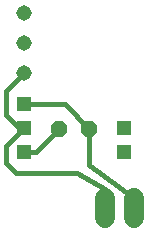
<source format=gbl>
G75*
%MOIN*%
%OFA0B0*%
%FSLAX24Y24*%
%IPPOS*%
%LPD*%
%AMOC8*
5,1,8,0,0,1.08239X$1,22.5*
%
%ADD10C,0.0515*%
%ADD11C,0.0650*%
%ADD12R,0.0515X0.0515*%
%ADD13OC8,0.0520*%
%ADD14C,0.0160*%
D10*
X001386Y006043D03*
X001386Y007043D03*
X001386Y008043D03*
D11*
X004110Y001872D02*
X004110Y001222D01*
X005051Y001222D02*
X005051Y001872D01*
D12*
X004743Y003425D03*
X004743Y004212D03*
X001397Y004212D03*
X001397Y003425D03*
X001397Y004999D03*
D13*
X002566Y004188D03*
X003566Y004188D03*
D14*
X003165Y002719D02*
X001127Y002719D01*
X000812Y003034D01*
X000812Y003627D01*
X001397Y004212D01*
X001239Y004212D01*
X000797Y004655D01*
X000797Y005454D01*
X001386Y006043D01*
X001397Y004999D02*
X002755Y004999D01*
X003566Y004188D01*
X003566Y002984D01*
X005051Y001893D01*
X005051Y001547D01*
X004110Y001547D02*
X004110Y002168D01*
X003165Y002719D01*
X001802Y003425D02*
X002566Y004188D01*
X001802Y003425D02*
X001397Y003425D01*
M02*

</source>
